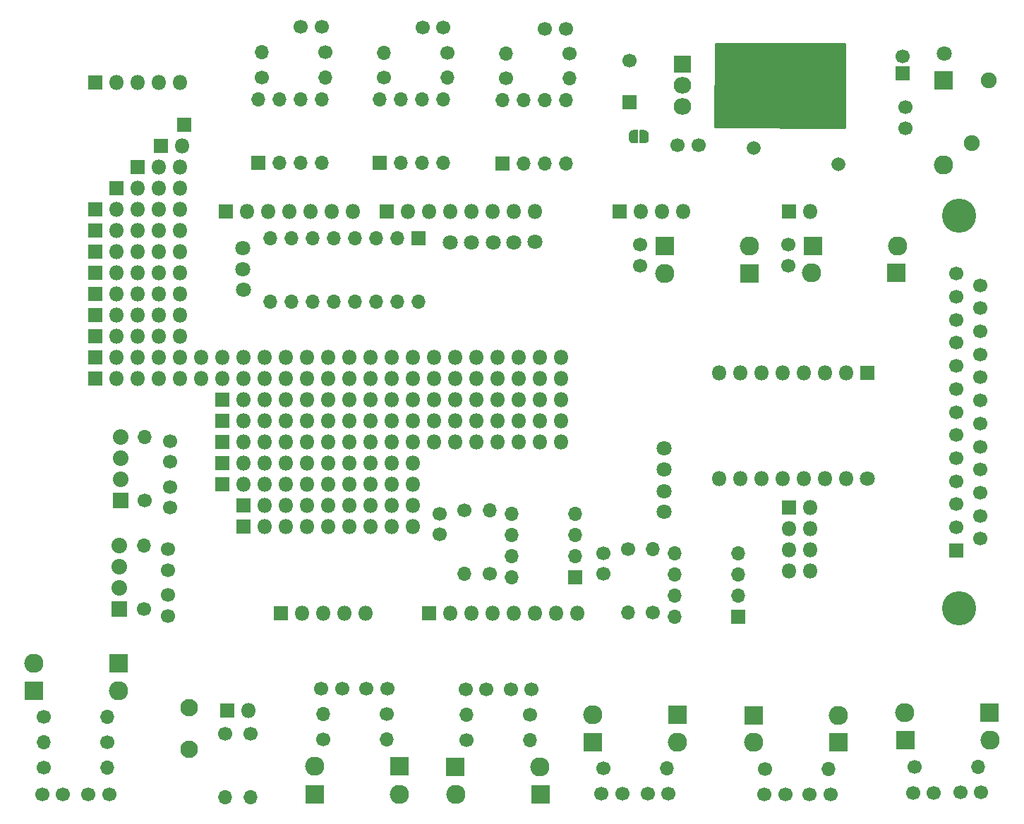
<source format=gbr>
%TF.GenerationSoftware,KiCad,Pcbnew,(5.1.6)-1*%
%TF.CreationDate,2022-12-03T16:25:56-08:00*%
%TF.ProjectId,DP1600i,44503136-3030-4692-9e6b-696361645f70,rev?*%
%TF.SameCoordinates,Original*%
%TF.FileFunction,Soldermask,Top*%
%TF.FilePolarity,Negative*%
%FSLAX46Y46*%
G04 Gerber Fmt 4.6, Leading zero omitted, Abs format (unit mm)*
G04 Created by KiCad (PCBNEW (5.1.6)-1) date 2022-12-03 16:25:56*
%MOMM*%
%LPD*%
G01*
G04 APERTURE LIST*
%ADD10O,2.300000X2.300000*%
%ADD11R,2.300000X2.300000*%
%ADD12O,1.800000X1.800000*%
%ADD13R,1.800000X1.800000*%
%ADD14C,0.100000*%
%ADD15O,1.700000X1.700000*%
%ADD16C,1.700000*%
%ADD17C,4.100000*%
%ADD18R,1.700000X1.700000*%
%ADD19C,1.900000*%
%ADD20C,1.660000*%
%ADD21C,1.800000*%
%ADD22C,1.878000*%
%ADD23R,1.878000X1.878000*%
%ADD24O,2.100000X2.005000*%
%ADD25R,2.100000X2.005000*%
%ADD26O,3.600000X3.600000*%
%ADD27C,2.100000*%
%ADD28C,0.254000*%
G04 APERTURE END LIST*
D10*
%TO.C,D18*%
X185318400Y-71120000D03*
D11*
X195478400Y-71120000D03*
%TD*%
D10*
%TO.C,D12*%
X167690800Y-71221600D03*
D11*
X177850800Y-71221600D03*
%TD*%
D10*
%TO.C,D16*%
X178333400Y-127533400D03*
D11*
X188493400Y-127533400D03*
%TD*%
D10*
%TO.C,D10*%
X152679400Y-130429000D03*
D11*
X142519400Y-130429000D03*
%TD*%
D10*
%TO.C,D8*%
X196494400Y-123977400D03*
D11*
X206654400Y-123977400D03*
%TD*%
D10*
%TO.C,D6*%
X92024200Y-118033800D03*
D11*
X102184200Y-118033800D03*
%TD*%
D10*
%TO.C,D4*%
X159054800Y-124180600D03*
D11*
X169214800Y-124180600D03*
%TD*%
D10*
%TO.C,D2*%
X135890000Y-133781800D03*
D11*
X125730000Y-133781800D03*
%TD*%
D12*
%TO.C,J31*%
X109550200Y-60960000D03*
X107010200Y-60960000D03*
X104470200Y-60960000D03*
D13*
X101930200Y-60960000D03*
%TD*%
D12*
%TO.C,J30*%
X109550200Y-58420000D03*
X107010200Y-58420000D03*
D13*
X104470200Y-58420000D03*
%TD*%
D12*
%TO.C,J29*%
X109804200Y-55880000D03*
D13*
X107264200Y-55880000D03*
%TD*%
%TO.C,J28*%
X110058200Y-53340000D03*
%TD*%
D12*
%TO.C,J27*%
X137490200Y-101600000D03*
X134950200Y-101600000D03*
X132410200Y-101600000D03*
X129870200Y-101600000D03*
X127330200Y-101600000D03*
X124790200Y-101600000D03*
X122250200Y-101600000D03*
X119710200Y-101600000D03*
D13*
X117170200Y-101600000D03*
%TD*%
D12*
%TO.C,J26*%
X137490200Y-99060000D03*
X134950200Y-99060000D03*
X132410200Y-99060000D03*
X129870200Y-99060000D03*
X127330200Y-99060000D03*
X124790200Y-99060000D03*
X122250200Y-99060000D03*
X119710200Y-99060000D03*
D13*
X117170200Y-99060000D03*
%TD*%
D12*
%TO.C,J25*%
X137490200Y-96520000D03*
X134950200Y-96520000D03*
X132410200Y-96520000D03*
X129870200Y-96520000D03*
X127330200Y-96520000D03*
X124790200Y-96520000D03*
X122250200Y-96520000D03*
X119710200Y-96520000D03*
X117170200Y-96520000D03*
D13*
X114630200Y-96520000D03*
%TD*%
D12*
%TO.C,J24*%
X137490200Y-93980000D03*
X134950200Y-93980000D03*
X132410200Y-93980000D03*
X129870200Y-93980000D03*
X127330200Y-93980000D03*
X124790200Y-93980000D03*
X122250200Y-93980000D03*
X119710200Y-93980000D03*
X117170200Y-93980000D03*
D13*
X114630200Y-93980000D03*
%TD*%
D12*
%TO.C,J23*%
X155270200Y-91440000D03*
X152730200Y-91440000D03*
X150190200Y-91440000D03*
X147650200Y-91440000D03*
X145110200Y-91440000D03*
X142570200Y-91440000D03*
X140030200Y-91440000D03*
X137490200Y-91440000D03*
X134950200Y-91440000D03*
X132410200Y-91440000D03*
X129870200Y-91440000D03*
X127330200Y-91440000D03*
X124790200Y-91440000D03*
X122250200Y-91440000D03*
X119710200Y-91440000D03*
X117170200Y-91440000D03*
D13*
X114630200Y-91440000D03*
%TD*%
D12*
%TO.C,J22*%
X155270200Y-88900000D03*
X152730200Y-88900000D03*
X150190200Y-88900000D03*
X147650200Y-88900000D03*
X145110200Y-88900000D03*
X142570200Y-88900000D03*
X140030200Y-88900000D03*
X137490200Y-88900000D03*
X134950200Y-88900000D03*
X132410200Y-88900000D03*
X129870200Y-88900000D03*
X127330200Y-88900000D03*
X124790200Y-88900000D03*
X122250200Y-88900000D03*
X119710200Y-88900000D03*
X117170200Y-88900000D03*
D13*
X114630200Y-88900000D03*
%TD*%
D12*
%TO.C,J21*%
X155270200Y-86360000D03*
X152730200Y-86360000D03*
X150190200Y-86360000D03*
X147650200Y-86360000D03*
X145110200Y-86360000D03*
X142570200Y-86360000D03*
X140030200Y-86360000D03*
X137490200Y-86360000D03*
X134950200Y-86360000D03*
X132410200Y-86360000D03*
X129870200Y-86360000D03*
X127330200Y-86360000D03*
X124790200Y-86360000D03*
X122250200Y-86360000D03*
X119710200Y-86360000D03*
X117170200Y-86360000D03*
D13*
X114630200Y-86360000D03*
%TD*%
D12*
%TO.C,J20*%
X155270200Y-83820000D03*
X152730200Y-83820000D03*
X150190200Y-83820000D03*
X147650200Y-83820000D03*
X145110200Y-83820000D03*
X142570200Y-83820000D03*
X140030200Y-83820000D03*
X137490200Y-83820000D03*
X134950200Y-83820000D03*
X132410200Y-83820000D03*
X129870200Y-83820000D03*
X127330200Y-83820000D03*
X124790200Y-83820000D03*
X122250200Y-83820000D03*
X119710200Y-83820000D03*
X117170200Y-83820000D03*
X114630200Y-83820000D03*
X112090200Y-83820000D03*
X109550200Y-83820000D03*
X107010200Y-83820000D03*
X104470200Y-83820000D03*
X101930200Y-83820000D03*
D13*
X99390200Y-83820000D03*
%TD*%
D12*
%TO.C,J19*%
X155270200Y-81280000D03*
X152730200Y-81280000D03*
X150190200Y-81280000D03*
X147650200Y-81280000D03*
X145110200Y-81280000D03*
X142570200Y-81280000D03*
X140030200Y-81280000D03*
X137490200Y-81280000D03*
X134950200Y-81280000D03*
X132410200Y-81280000D03*
X129870200Y-81280000D03*
X127330200Y-81280000D03*
X124790200Y-81280000D03*
X122250200Y-81280000D03*
X119710200Y-81280000D03*
X117170200Y-81280000D03*
X114630200Y-81280000D03*
X112090200Y-81280000D03*
X109550200Y-81280000D03*
X107010200Y-81280000D03*
X104470200Y-81280000D03*
X101930200Y-81280000D03*
D13*
X99390200Y-81280000D03*
%TD*%
D12*
%TO.C,J18*%
X109550200Y-78740000D03*
X107010200Y-78740000D03*
X104470200Y-78740000D03*
X101930200Y-78740000D03*
D13*
X99390200Y-78740000D03*
%TD*%
D12*
%TO.C,J17*%
X109550200Y-76200000D03*
X107010200Y-76200000D03*
X104470200Y-76200000D03*
X101930200Y-76200000D03*
D13*
X99390200Y-76200000D03*
%TD*%
D12*
%TO.C,J16*%
X109550200Y-73660000D03*
X107010200Y-73660000D03*
X104470200Y-73660000D03*
X101930200Y-73660000D03*
D13*
X99390200Y-73660000D03*
%TD*%
D12*
%TO.C,J15*%
X109550200Y-71120000D03*
X107010200Y-71120000D03*
X104470200Y-71120000D03*
X101930200Y-71120000D03*
D13*
X99390200Y-71120000D03*
%TD*%
D12*
%TO.C,J14*%
X109550200Y-68580000D03*
X107010200Y-68580000D03*
X104470200Y-68580000D03*
X101930200Y-68580000D03*
D13*
X99390200Y-68580000D03*
%TD*%
D12*
%TO.C,J13*%
X109550200Y-66040000D03*
X107010200Y-66040000D03*
X104470200Y-66040000D03*
X101930200Y-66040000D03*
D13*
X99390200Y-66040000D03*
%TD*%
D12*
%TO.C,J12*%
X109550200Y-63500000D03*
X107010200Y-63500000D03*
X104470200Y-63500000D03*
X101930200Y-63500000D03*
D13*
X99390200Y-63500000D03*
%TD*%
D12*
%TO.C,J11*%
X109550200Y-48260000D03*
X107010200Y-48260000D03*
X104470200Y-48260000D03*
X101930200Y-48260000D03*
D13*
X99390200Y-48260000D03*
%TD*%
D14*
%TO.C,JP2*%
G36*
X165233111Y-53963002D02*
G01*
X165251534Y-53963002D01*
X165256435Y-53963243D01*
X165305266Y-53968053D01*
X165310119Y-53968773D01*
X165358244Y-53978345D01*
X165363005Y-53979537D01*
X165409960Y-53993781D01*
X165414579Y-53995434D01*
X165459912Y-54014211D01*
X165464349Y-54016309D01*
X165507622Y-54039440D01*
X165511829Y-54041962D01*
X165552628Y-54069222D01*
X165556570Y-54072146D01*
X165594499Y-54103274D01*
X165598134Y-54106569D01*
X165632831Y-54141266D01*
X165636126Y-54144901D01*
X165667254Y-54182830D01*
X165670178Y-54186772D01*
X165697438Y-54227571D01*
X165699960Y-54231778D01*
X165723091Y-54275051D01*
X165725189Y-54279488D01*
X165743966Y-54324821D01*
X165745619Y-54329440D01*
X165759863Y-54376395D01*
X165761055Y-54381156D01*
X165770627Y-54429281D01*
X165771347Y-54434134D01*
X165776157Y-54482965D01*
X165776398Y-54487866D01*
X165776398Y-54506289D01*
X165777000Y-54512400D01*
X165777000Y-55012400D01*
X165776398Y-55018511D01*
X165776398Y-55036934D01*
X165776157Y-55041835D01*
X165771347Y-55090666D01*
X165770627Y-55095519D01*
X165761055Y-55143644D01*
X165759863Y-55148405D01*
X165745619Y-55195360D01*
X165743966Y-55199979D01*
X165725189Y-55245312D01*
X165723091Y-55249749D01*
X165699960Y-55293022D01*
X165697438Y-55297229D01*
X165670178Y-55338028D01*
X165667254Y-55341970D01*
X165636126Y-55379899D01*
X165632831Y-55383534D01*
X165598134Y-55418231D01*
X165594499Y-55421526D01*
X165556570Y-55452654D01*
X165552628Y-55455578D01*
X165511829Y-55482838D01*
X165507622Y-55485360D01*
X165464349Y-55508491D01*
X165459912Y-55510589D01*
X165414579Y-55529366D01*
X165409960Y-55531019D01*
X165363005Y-55545263D01*
X165358244Y-55546455D01*
X165310119Y-55556027D01*
X165305266Y-55556747D01*
X165256435Y-55561557D01*
X165251534Y-55561798D01*
X165233111Y-55561798D01*
X165227000Y-55562400D01*
X164727000Y-55562400D01*
X164717245Y-55561439D01*
X164707866Y-55558594D01*
X164699221Y-55553973D01*
X164691645Y-55547755D01*
X164685427Y-55540179D01*
X164680806Y-55531534D01*
X164677961Y-55522155D01*
X164677000Y-55512400D01*
X164677000Y-54012400D01*
X164677961Y-54002645D01*
X164680806Y-53993266D01*
X164685427Y-53984621D01*
X164691645Y-53977045D01*
X164699221Y-53970827D01*
X164707866Y-53966206D01*
X164717245Y-53963361D01*
X164727000Y-53962400D01*
X165227000Y-53962400D01*
X165233111Y-53963002D01*
G37*
G36*
X164436755Y-53963361D02*
G01*
X164446134Y-53966206D01*
X164454779Y-53970827D01*
X164462355Y-53977045D01*
X164468573Y-53984621D01*
X164473194Y-53993266D01*
X164476039Y-54002645D01*
X164477000Y-54012400D01*
X164477000Y-55512400D01*
X164476039Y-55522155D01*
X164473194Y-55531534D01*
X164468573Y-55540179D01*
X164462355Y-55547755D01*
X164454779Y-55553973D01*
X164446134Y-55558594D01*
X164436755Y-55561439D01*
X164427000Y-55562400D01*
X163927000Y-55562400D01*
X163920889Y-55561798D01*
X163902466Y-55561798D01*
X163897565Y-55561557D01*
X163848734Y-55556747D01*
X163843881Y-55556027D01*
X163795756Y-55546455D01*
X163790995Y-55545263D01*
X163744040Y-55531019D01*
X163739421Y-55529366D01*
X163694088Y-55510589D01*
X163689651Y-55508491D01*
X163646378Y-55485360D01*
X163642171Y-55482838D01*
X163601372Y-55455578D01*
X163597430Y-55452654D01*
X163559501Y-55421526D01*
X163555866Y-55418231D01*
X163521169Y-55383534D01*
X163517874Y-55379899D01*
X163486746Y-55341970D01*
X163483822Y-55338028D01*
X163456562Y-55297229D01*
X163454040Y-55293022D01*
X163430909Y-55249749D01*
X163428811Y-55245312D01*
X163410034Y-55199979D01*
X163408381Y-55195360D01*
X163394137Y-55148405D01*
X163392945Y-55143644D01*
X163383373Y-55095519D01*
X163382653Y-55090666D01*
X163377843Y-55041835D01*
X163377602Y-55036934D01*
X163377602Y-55018511D01*
X163377000Y-55012400D01*
X163377000Y-54512400D01*
X163377602Y-54506289D01*
X163377602Y-54487866D01*
X163377843Y-54482965D01*
X163382653Y-54434134D01*
X163383373Y-54429281D01*
X163392945Y-54381156D01*
X163394137Y-54376395D01*
X163408381Y-54329440D01*
X163410034Y-54324821D01*
X163428811Y-54279488D01*
X163430909Y-54275051D01*
X163454040Y-54231778D01*
X163456562Y-54227571D01*
X163483822Y-54186772D01*
X163486746Y-54182830D01*
X163517874Y-54144901D01*
X163521169Y-54141266D01*
X163555866Y-54106569D01*
X163559501Y-54103274D01*
X163597430Y-54072146D01*
X163601372Y-54069222D01*
X163642171Y-54041962D01*
X163646378Y-54039440D01*
X163689651Y-54016309D01*
X163694088Y-54014211D01*
X163739421Y-53995434D01*
X163744040Y-53993781D01*
X163790995Y-53979537D01*
X163795756Y-53978345D01*
X163843881Y-53968773D01*
X163848734Y-53968053D01*
X163897565Y-53963243D01*
X163902466Y-53963002D01*
X163920889Y-53963002D01*
X163927000Y-53962400D01*
X164427000Y-53962400D01*
X164436755Y-53963361D01*
G37*
%TD*%
D15*
%TO.C,R5*%
X105318560Y-90805000D03*
D16*
X105318560Y-98425000D03*
%TD*%
D12*
%TO.C,J4*%
X152120600Y-63728600D03*
X149580600Y-63728600D03*
X147040600Y-63728600D03*
X144500600Y-63728600D03*
X141960600Y-63728600D03*
X139420600Y-63728600D03*
X136880600Y-63728600D03*
D13*
X134340600Y-63728600D03*
%TD*%
D17*
%TO.C,J1*%
X202976760Y-64284960D03*
X202976760Y-111384960D03*
D16*
X205516760Y-72599960D03*
X205516760Y-75369960D03*
X205516760Y-78139960D03*
X205516760Y-80909960D03*
X205516760Y-83679960D03*
X205516760Y-86449960D03*
X205516760Y-89219960D03*
X205516760Y-91989960D03*
X205516760Y-94759960D03*
X205516760Y-97529960D03*
X205516760Y-100299960D03*
X205516760Y-103069960D03*
X202676760Y-71214960D03*
X202676760Y-73984960D03*
X202676760Y-76754960D03*
X202676760Y-79524960D03*
X202676760Y-82294960D03*
X202676760Y-85064960D03*
X202676760Y-87834960D03*
X202676760Y-90604960D03*
X202676760Y-93374960D03*
X202676760Y-96144960D03*
X202676760Y-98914960D03*
X202676760Y-101684960D03*
D18*
X202676760Y-104454960D03*
%TD*%
D19*
%TO.C,RV1*%
X206515720Y-48014240D03*
X204515720Y-55514240D03*
%TD*%
D20*
%TO.C,F1*%
X188549280Y-58039000D03*
X178349280Y-56139000D03*
%TD*%
D10*
%TO.C,D13*%
X201086720Y-58191400D03*
D11*
X201086720Y-48031400D03*
%TD*%
D12*
%TO.C,J9*%
X157200600Y-111988600D03*
X154660600Y-111988600D03*
X152120600Y-111988600D03*
X149580600Y-111988600D03*
X147040600Y-111988600D03*
X144500600Y-111988600D03*
X141960600Y-111988600D03*
D13*
X139420600Y-111988600D03*
%TD*%
D12*
%TO.C,J8*%
X131800600Y-111988600D03*
X129260600Y-111988600D03*
X126720600Y-111988600D03*
X124180600Y-111988600D03*
D13*
X121640600Y-111988600D03*
%TD*%
D12*
%TO.C,J7*%
X185140600Y-106908600D03*
X182600600Y-106908600D03*
X185140600Y-104368600D03*
X182600600Y-104368600D03*
X185140600Y-101828600D03*
X182600600Y-101828600D03*
X185140600Y-99288600D03*
D13*
X182600600Y-99288600D03*
%TD*%
D12*
%TO.C,J6*%
X185140600Y-63728600D03*
D13*
X182600600Y-63728600D03*
%TD*%
D12*
%TO.C,J5*%
X169900600Y-63728600D03*
X167360600Y-63728600D03*
X164820600Y-63728600D03*
D13*
X162280600Y-63728600D03*
%TD*%
D12*
%TO.C,J3*%
X130276600Y-63728600D03*
X127736600Y-63728600D03*
X125196600Y-63728600D03*
X122656600Y-63728600D03*
X120116600Y-63728600D03*
X117576600Y-63728600D03*
D13*
X115036600Y-63728600D03*
%TD*%
D12*
%TO.C,U10*%
X189445900Y-95821500D03*
X184365900Y-95821500D03*
D21*
X191985900Y-95821500D03*
D12*
X186905900Y-95821500D03*
X181825900Y-95821500D03*
X174205900Y-95821500D03*
X179285900Y-95821500D03*
X176745900Y-95821500D03*
X174205900Y-83121500D03*
X176745900Y-83121500D03*
X179285900Y-83121500D03*
X181825900Y-83121500D03*
X184365900Y-83121500D03*
X186905900Y-83121500D03*
X189445900Y-83121500D03*
D13*
X191985900Y-83121500D03*
%TD*%
D21*
%TO.C,J98*%
X167612060Y-99832160D03*
%TD*%
%TO.C,J97*%
X167612060Y-97342960D03*
%TD*%
%TO.C,J96*%
X167612060Y-94767400D03*
%TD*%
%TO.C,J95*%
X167601900Y-92176600D03*
%TD*%
%TO.C,J94*%
X117121940Y-73121520D03*
%TD*%
%TO.C,J93*%
X117071140Y-70688200D03*
%TD*%
%TO.C,J92*%
X117071140Y-68148200D03*
%TD*%
%TO.C,J91*%
X152105360Y-67421760D03*
%TD*%
%TO.C,J90*%
X149529800Y-67452240D03*
%TD*%
%TO.C,J89*%
X147091400Y-67452240D03*
%TD*%
%TO.C,J88*%
X144515840Y-67452240D03*
%TD*%
%TO.C,J87*%
X141975840Y-67452240D03*
%TD*%
%TO.C,J2*%
X201223880Y-44749720D03*
%TD*%
D22*
%TO.C,U2*%
X102252780Y-103896160D03*
X102252780Y-106436160D03*
X102252780Y-108976160D03*
D23*
X102252780Y-111516160D03*
%TD*%
D22*
%TO.C,U1*%
X102397560Y-90855800D03*
X102397560Y-93395800D03*
X102397560Y-95935800D03*
D23*
X102397560Y-98475800D03*
%TD*%
D15*
%TO.C,U9*%
X138170920Y-74559160D03*
X120390920Y-66939160D03*
X135630920Y-74559160D03*
X122930920Y-66939160D03*
X133090920Y-74559160D03*
X125470920Y-66939160D03*
X130550920Y-74559160D03*
X128010920Y-66939160D03*
X128010920Y-74559160D03*
X130550920Y-66939160D03*
X125470920Y-74559160D03*
X133090920Y-66939160D03*
X122930920Y-74559160D03*
X135630920Y-66939160D03*
X120390920Y-74559160D03*
D18*
X138170920Y-66939160D03*
%TD*%
D15*
%TO.C,U8*%
X118912640Y-50256440D03*
X126532640Y-57876440D03*
X121452640Y-50256440D03*
X123992640Y-57876440D03*
X123992640Y-50256440D03*
X121452640Y-57876440D03*
X126532640Y-50256440D03*
D18*
X118912640Y-57876440D03*
%TD*%
D15*
%TO.C,U7*%
X149283420Y-107678220D03*
X156903420Y-100058220D03*
X149283420Y-105138220D03*
X156903420Y-102598220D03*
X149283420Y-102598220D03*
X156903420Y-105138220D03*
X149283420Y-100058220D03*
D18*
X156903420Y-107678220D03*
%TD*%
D15*
%TO.C,U6*%
X133492240Y-50256440D03*
X141112240Y-57876440D03*
X136032240Y-50256440D03*
X138572240Y-57876440D03*
X138572240Y-50256440D03*
X136032240Y-57876440D03*
X141112240Y-50256440D03*
D18*
X133492240Y-57876440D03*
%TD*%
D15*
%TO.C,U5*%
X168866820Y-112435640D03*
X176486820Y-104815640D03*
X168866820Y-109895640D03*
X176486820Y-107355640D03*
X168866820Y-107355640D03*
X176486820Y-109895640D03*
X168866820Y-104815640D03*
D18*
X176486820Y-112435640D03*
%TD*%
D15*
%TO.C,U4*%
X148173440Y-50358040D03*
X155793440Y-57978040D03*
X150713440Y-50358040D03*
X153253440Y-57978040D03*
X153253440Y-50358040D03*
X150713440Y-57978040D03*
X155793440Y-50358040D03*
D18*
X148173440Y-57978040D03*
%TD*%
D24*
%TO.C,U3*%
X169824400Y-51094640D03*
X169824400Y-48554640D03*
D25*
X169824400Y-46014640D03*
D26*
X186484400Y-48554640D03*
%TD*%
D15*
%TO.C,R24*%
X126989840Y-47614840D03*
D16*
X119369840Y-47614840D03*
%TD*%
D15*
%TO.C,R23*%
X119369840Y-44617640D03*
D16*
X126989840Y-44617640D03*
%TD*%
D15*
%TO.C,R22*%
X146692620Y-99601020D03*
D16*
X146692620Y-107221020D03*
%TD*%
D15*
%TO.C,R21*%
X141569440Y-47665640D03*
D16*
X133949440Y-47665640D03*
%TD*%
D15*
%TO.C,R20*%
X143644620Y-107221020D03*
D16*
X143644620Y-99601020D03*
%TD*%
D15*
%TO.C,R19*%
X133949440Y-44668440D03*
D16*
X141569440Y-44668440D03*
%TD*%
D15*
%TO.C,R18*%
X166276020Y-104307640D03*
D16*
X166276020Y-111927640D03*
%TD*%
D15*
%TO.C,R17*%
X156250640Y-47767240D03*
D16*
X148630640Y-47767240D03*
%TD*%
D15*
%TO.C,R16*%
X163278820Y-111927640D03*
D16*
X163278820Y-104307640D03*
%TD*%
D15*
%TO.C,R15*%
X148630640Y-44770040D03*
D16*
X156250640Y-44770040D03*
%TD*%
D15*
%TO.C,R14*%
X187345320Y-130728720D03*
D16*
X179725320Y-130728720D03*
%TD*%
D15*
%TO.C,R13*%
X114935000Y-134112000D03*
D16*
X114935000Y-126492000D03*
%TD*%
D15*
%TO.C,R12*%
X117983000Y-134112000D03*
D16*
X117983000Y-126492000D03*
%TD*%
D15*
%TO.C,R11*%
X143880840Y-124226320D03*
D16*
X151500840Y-124226320D03*
%TD*%
D15*
%TO.C,R10*%
X126664720Y-124139960D03*
D16*
X134284720Y-124139960D03*
%TD*%
D15*
%TO.C,R9*%
X167909240Y-130622040D03*
D16*
X160289240Y-130622040D03*
%TD*%
D15*
%TO.C,R8*%
X151500840Y-127274320D03*
D16*
X143880840Y-127274320D03*
%TD*%
D15*
%TO.C,R7*%
X134284720Y-127187960D03*
D16*
X126664720Y-127187960D03*
%TD*%
D15*
%TO.C,R6*%
X105173780Y-103896160D03*
D16*
X105173780Y-111516160D03*
%TD*%
D15*
%TO.C,R4*%
X100817680Y-130545840D03*
D16*
X93197680Y-130545840D03*
%TD*%
D15*
%TO.C,R3*%
X205282800Y-130434080D03*
D16*
X197662800Y-130434080D03*
%TD*%
D15*
%TO.C,R2*%
X93197680Y-127497840D03*
D16*
X100817680Y-127497840D03*
%TD*%
D15*
%TO.C,R1*%
X100817680Y-124449840D03*
D16*
X93197680Y-124449840D03*
%TD*%
D12*
%TO.C,JP1*%
X117729000Y-123698000D03*
D13*
X115189000Y-123698000D03*
%TD*%
D10*
%TO.C,D17*%
X195600320Y-67868800D03*
D11*
X185440320Y-67868800D03*
%TD*%
D10*
%TO.C,D15*%
X188488320Y-124251720D03*
D11*
X178328320Y-124251720D03*
%TD*%
D10*
%TO.C,D11*%
X177840640Y-67884040D03*
D11*
X167680640Y-67884040D03*
%TD*%
D10*
%TO.C,D9*%
X142585440Y-133797040D03*
D11*
X152745440Y-133797040D03*
%TD*%
D10*
%TO.C,D7*%
X206679800Y-127259080D03*
D11*
X196519800Y-127259080D03*
%TD*%
D10*
%TO.C,D5*%
X102163880Y-121335800D03*
D11*
X92003880Y-121335800D03*
%TD*%
D10*
%TO.C,D3*%
X169184320Y-127497840D03*
D11*
X159024320Y-127497840D03*
%TD*%
D10*
%TO.C,D1*%
X125709680Y-130403600D03*
D11*
X135869680Y-130403600D03*
%TD*%
D16*
%TO.C,C30*%
X124032640Y-41569640D03*
X126532640Y-41569640D03*
%TD*%
%TO.C,C29*%
X140647420Y-102558220D03*
X140647420Y-100058220D03*
%TD*%
%TO.C,C28*%
X138612240Y-41671240D03*
X141112240Y-41671240D03*
%TD*%
%TO.C,C27*%
X160281620Y-107264840D03*
X160281620Y-104764840D03*
%TD*%
%TO.C,C26*%
X153293440Y-41772840D03*
X155793440Y-41772840D03*
%TD*%
%TO.C,C25*%
X164759640Y-70257040D03*
X164759640Y-67757040D03*
%TD*%
%TO.C,C24*%
X179638320Y-133776720D03*
X182138320Y-133776720D03*
%TD*%
%TO.C,C23*%
X187559320Y-133776720D03*
X185059320Y-133776720D03*
%TD*%
%TO.C,C22*%
X163428680Y-45606960D03*
D18*
X163428680Y-50606960D03*
%TD*%
D16*
%TO.C,C21*%
X169249720Y-55758080D03*
X171749720Y-55758080D03*
%TD*%
D27*
%TO.C,C20*%
X110617000Y-128317000D03*
X110617000Y-123317000D03*
%TD*%
D16*
%TO.C,C19*%
X196514720Y-53741960D03*
X196514720Y-51241960D03*
%TD*%
%TO.C,C18*%
X196209920Y-45132240D03*
D18*
X196209920Y-47132240D03*
%TD*%
D16*
%TO.C,C17*%
X182519320Y-70241800D03*
X182519320Y-67741800D03*
%TD*%
%TO.C,C16*%
X151714840Y-121178320D03*
X149214840Y-121178320D03*
%TD*%
%TO.C,C15*%
X134371720Y-121091960D03*
X131871720Y-121091960D03*
%TD*%
%TO.C,C14*%
X160075240Y-133670040D03*
X162575240Y-133670040D03*
%TD*%
%TO.C,C13*%
X143793840Y-121178320D03*
X146293840Y-121178320D03*
%TD*%
%TO.C,C12*%
X126450720Y-121091960D03*
X128950720Y-121091960D03*
%TD*%
%TO.C,C11*%
X168123240Y-133670040D03*
X165623240Y-133670040D03*
%TD*%
%TO.C,C10*%
X108120180Y-109828960D03*
X108120180Y-112328960D03*
%TD*%
%TO.C,C9*%
X108366560Y-96839400D03*
X108366560Y-99339400D03*
%TD*%
%TO.C,C8*%
X92983680Y-133720840D03*
X95483680Y-133720840D03*
%TD*%
%TO.C,C7*%
X197448800Y-133609080D03*
X199948800Y-133609080D03*
%TD*%
%TO.C,C6*%
X101031680Y-133720840D03*
X98531680Y-133720840D03*
%TD*%
%TO.C,C5*%
X205623800Y-133482080D03*
X203123800Y-133482080D03*
%TD*%
%TO.C,C2*%
X108120180Y-106802560D03*
X108120180Y-104302560D03*
%TD*%
%TO.C,C1*%
X108366560Y-93813000D03*
X108366560Y-91313000D03*
%TD*%
D28*
G36*
X189268100Y-53631692D02*
G01*
X173686461Y-53581711D01*
X173785547Y-43586400D01*
X189268100Y-43586400D01*
X189268100Y-53631692D01*
G37*
X189268100Y-53631692D02*
X173686461Y-53581711D01*
X173785547Y-43586400D01*
X189268100Y-43586400D01*
X189268100Y-53631692D01*
M02*

</source>
